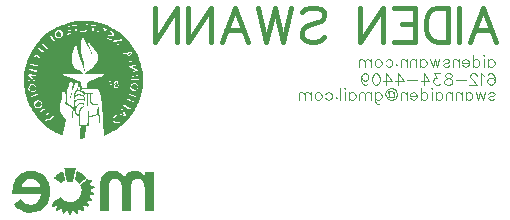
<source format=gbo>
G04 Layer: BottomSilkscreenLayer*
G04 EasyEDA v6.5.22, 2023-01-13 20:03:49*
G04 4af29382efde4495a0526e0f4e779ae0,8b4b4f1b4b1740689f263a8d45eed83e,10*
G04 Gerber Generator version 0.2*
G04 Scale: 100 percent, Rotated: No, Reflected: No *
G04 Dimensions in millimeters *
G04 leading zeros omitted , absolute positions ,4 integer and 5 decimal *
%FSLAX45Y45*%
%MOMM*%

%ADD10C,0.4030*%
%ADD11C,0.1030*%

%LPD*%
G36*
X3540302Y10799673D02*
G01*
X3443274Y10796930D01*
X3404971Y10788853D01*
X3392932Y10785957D01*
X3380587Y10782604D01*
X3367989Y10778794D01*
X3355136Y10774629D01*
X3329127Y10765180D01*
X3316020Y10759948D01*
X3303015Y10754461D01*
X3290163Y10748721D01*
X3277463Y10742726D01*
X3265068Y10736580D01*
X3361283Y10736478D01*
X3361283Y10745673D01*
X3382670Y10751972D01*
X3387953Y10753140D01*
X3390646Y10753191D01*
X3391103Y10752582D01*
X3411474Y10752582D01*
X3411474Y10759389D01*
X3446983Y10765536D01*
X3454349Y10766501D01*
X3457600Y10766094D01*
X3459429Y10764520D01*
X3461461Y10761675D01*
X3461410Y10759541D01*
X3459429Y10758474D01*
X3453180Y10759084D01*
X3450386Y10758932D01*
X3447796Y10758322D01*
X3445611Y10757306D01*
X3441293Y10754512D01*
X3448608Y10709402D01*
X3449401Y10703610D01*
X3477666Y10703610D01*
X3479647Y10710976D01*
X3480460Y10715904D01*
X3481070Y10723829D01*
X3481527Y10733633D01*
X3481730Y10744250D01*
X3481730Y10770057D01*
X3491788Y10770057D01*
X3491788Y10713161D01*
X3506876Y10707522D01*
X3516985Y10712907D01*
X3519678Y10714990D01*
X3521760Y10717428D01*
X3523234Y10720476D01*
X3524199Y10724438D01*
X3524808Y10729569D01*
X3525215Y10744250D01*
X3525265Y10766755D01*
X3565398Y10766755D01*
X3572713Y10765891D01*
X3611829Y10759389D01*
X3615334Y10750296D01*
X3596335Y10754055D01*
X3594252Y10750753D01*
X3593134Y10747451D01*
X3589934Y10732160D01*
X3584295Y10696702D01*
X3580079Y10696702D01*
X3575964Y10697718D01*
X3574186Y10701528D01*
X3574694Y10709148D01*
X3580688Y10738104D01*
X3581704Y10744758D01*
X3582111Y10749229D01*
X3582162Y10756747D01*
X3565398Y10756747D01*
X3565398Y10766755D01*
X3539337Y10766755D01*
X3537305Y10761472D01*
X3536543Y10757712D01*
X3535883Y10751464D01*
X3535273Y10734802D01*
X3535273Y10713415D01*
X3521252Y10699394D01*
X3503523Y10702340D01*
X3497579Y10703052D01*
X3487267Y10703610D01*
X3449401Y10703610D01*
X3449980Y10698632D01*
X3438245Y10696244D01*
X3438245Y10705388D01*
X3437940Y10710570D01*
X3437178Y10717987D01*
X3434587Y10735462D01*
X3430930Y10756442D01*
X3411474Y10752582D01*
X3391103Y10752582D01*
X3391408Y10752175D01*
X3393440Y10742980D01*
X3403041Y10706862D01*
X3406190Y10696448D01*
X3408163Y10691723D01*
X3617264Y10691723D01*
X3637584Y10751769D01*
X3647744Y10749838D01*
X3634232Y10707471D01*
X3629355Y10692993D01*
X3627729Y10689336D01*
X3626408Y10687507D01*
X3625087Y10687100D01*
X3623614Y10687710D01*
X3617264Y10691723D01*
X3408163Y10691723D01*
X3408375Y10691215D01*
X3371392Y10680954D01*
X3364534Y10689183D01*
X3378250Y10691012D01*
X3388207Y10692638D01*
X3393135Y10694873D01*
X3394100Y10698835D01*
X3392220Y10705693D01*
X3389020Y10715040D01*
X3371342Y10713821D01*
X3371342Y10717022D01*
X3371951Y10718495D01*
X3373678Y10720171D01*
X3376168Y10721797D01*
X3379266Y10723219D01*
X3387191Y10726267D01*
X3383940Y10743387D01*
X3379063Y10743387D01*
X3376676Y10743133D01*
X3370630Y10741304D01*
X3361283Y10736478D01*
X3264871Y10736478D01*
X3252978Y10730230D01*
X3241294Y10723778D01*
X3230067Y10717174D01*
X3219348Y10710519D01*
X3194644Y10694060D01*
X3260902Y10694060D01*
X3283661Y10716717D01*
X3307232Y10716717D01*
X3327349Y10699851D01*
X3331616Y10680344D01*
X3320592Y10657230D01*
X3309467Y10651947D01*
X3304641Y10649915D01*
X3299764Y10648238D01*
X3295396Y10647121D01*
X3292094Y10646714D01*
X3285896Y10648137D01*
X3278479Y10651896D01*
X3271164Y10657179D01*
X3265170Y10663224D01*
X3261106Y10668355D01*
X3260902Y10694060D01*
X3194644Y10694060D01*
X3189376Y10690555D01*
X3155719Y10657230D01*
X3202381Y10657230D01*
X3218738Y10670641D01*
X3226003Y10675823D01*
X3227679Y10676636D01*
X3229305Y10675416D01*
X3232353Y10672013D01*
X3236315Y10667034D01*
X3245764Y10653979D01*
X3256279Y10640568D01*
X3260496Y10635691D01*
X3269132Y10626394D01*
X3259226Y10620146D01*
X3247745Y10635284D01*
X3240735Y10644936D01*
X3233775Y10640568D01*
X3228136Y10638129D01*
X3224733Y10638485D01*
X3224530Y10640923D01*
X3228238Y10644835D01*
X3232200Y10648391D01*
X3233674Y10651794D01*
X3232759Y10655757D01*
X3229457Y10660888D01*
X3224987Y10666730D01*
X3207004Y10652607D01*
X3202381Y10657230D01*
X3155719Y10657230D01*
X3139033Y10639348D01*
X3130346Y10629341D01*
X3121812Y10619028D01*
X3113379Y10608411D01*
X3105150Y10597591D01*
X3099064Y10589158D01*
X3137204Y10589158D01*
X3138525Y10591546D01*
X3141980Y10596118D01*
X3147060Y10602264D01*
X3169107Y10627004D01*
X3173933Y10622178D01*
X3160318Y10607700D01*
X3195320Y10578490D01*
X3199384Y10574629D01*
X3201974Y10571683D01*
X3203244Y10569448D01*
X3203295Y10567720D01*
X3202330Y10566247D01*
X3196894Y10562691D01*
X3156915Y10597337D01*
X3152038Y10595457D01*
X3150108Y10594441D01*
X3148533Y10593070D01*
X3147466Y10591596D01*
X3146704Y10588802D01*
X3145637Y10587685D01*
X3144012Y10586923D01*
X3142081Y10586669D01*
X3140151Y10586872D01*
X3138576Y10587431D01*
X3137560Y10588193D01*
X3137204Y10589158D01*
X3099064Y10589158D01*
X3093212Y10580928D01*
X3081832Y10563961D01*
X3069032Y10543387D01*
X3106928Y10543387D01*
X3107537Y10545622D01*
X3109163Y10549178D01*
X3111550Y10553547D01*
X3117545Y10562793D01*
X3120288Y10566450D01*
X3122422Y10568889D01*
X3123692Y10569702D01*
X3125825Y10568889D01*
X3134004Y10564012D01*
X3145332Y10556341D01*
X3157423Y10547604D01*
X3167735Y10539628D01*
X3173933Y10534091D01*
X3174644Y10532872D01*
X3173628Y10530586D01*
X3168599Y10522000D01*
X3156559Y10503763D01*
X3146704Y10507522D01*
X3155238Y10516412D01*
X3161385Y10523575D01*
X3163265Y10528655D01*
X3160826Y10532973D01*
X3154019Y10537647D01*
X3144215Y10543438D01*
X3139490Y10536732D01*
X3135579Y10532618D01*
X3132886Y10532160D01*
X3132277Y10534853D01*
X3134563Y10540085D01*
X3138322Y10546130D01*
X3133953Y10551414D01*
X3129381Y10555427D01*
X3125063Y10556290D01*
X3120948Y10553903D01*
X3113481Y10543133D01*
X3110280Y10540339D01*
X3107893Y10540339D01*
X3106928Y10543387D01*
X3069032Y10543387D01*
X3057855Y10523829D01*
X3051759Y10512348D01*
X3046018Y10500969D01*
X3040735Y10489692D01*
X3033062Y10471810D01*
X3070148Y10471810D01*
X3071723Y10479074D01*
X3075787Y10487558D01*
X3081426Y10495534D01*
X3087573Y10501426D01*
X3095040Y10506659D01*
X3116884Y10506659D01*
X3133618Y10491724D01*
X3404158Y10491724D01*
X3408578Y10515092D01*
X3411220Y10525353D01*
X3414572Y10536580D01*
X3418332Y10547553D01*
X3422853Y10558627D01*
X3426104Y10565536D01*
X3433978Y10580522D01*
X3442563Y10595457D01*
X3450590Y10608259D01*
X3454044Y10613186D01*
X3456889Y10616844D01*
X3459022Y10618927D01*
X3460242Y10619232D01*
X3460546Y10617200D01*
X3460242Y10612882D01*
X3459327Y10606836D01*
X3454095Y10581843D01*
X3458464Y10525099D01*
X3506215Y10391343D01*
X3510381Y10380624D01*
X3511905Y10377170D01*
X3513124Y10374934D01*
X3514039Y10373969D01*
X3514648Y10374223D01*
X3514953Y10375696D01*
X3514801Y10382351D01*
X3511804Y10410037D01*
X3508349Y10438282D01*
X3480155Y10531652D01*
X3480104Y10615015D01*
X3489451Y10642295D01*
X3493465Y10653166D01*
X3497427Y10662615D01*
X3500831Y10669625D01*
X3503320Y10673181D01*
X3507740Y10676890D01*
X3508184Y10673384D01*
X3660698Y10673384D01*
X3661156Y10675213D01*
X3666642Y10687608D01*
X3675481Y10706049D01*
X3679139Y10714482D01*
X3681628Y10720984D01*
X3682542Y10724692D01*
X3682542Y10729518D01*
X3666032Y10735056D01*
X3670808Y10742422D01*
X3712667Y10723727D01*
X3712667Y10716006D01*
X3694277Y10723372D01*
X3670960Y10669930D01*
X3664559Y10672318D01*
X3660698Y10673384D01*
X3508184Y10673384D01*
X3509311Y10664494D01*
X3702913Y10664494D01*
X3704386Y10669473D01*
X3708501Y10674299D01*
X3714394Y10679633D01*
X3747820Y10681716D01*
X3749801Y10695787D01*
X3729482Y10704169D01*
X3731310Y10707116D01*
X3733393Y10709351D01*
X3736390Y10709656D01*
X3741165Y10707725D01*
X3759504Y10696803D01*
X3759504Y10676940D01*
X3753053Y10673486D01*
X3749598Y10672165D01*
X3745026Y10671048D01*
X3739946Y10670336D01*
X3727399Y10669727D01*
X3721404Y10668812D01*
X3716934Y10667288D01*
X3714038Y10665206D01*
X3712768Y10662666D01*
X3713073Y10659618D01*
X3715105Y10656112D01*
X3718763Y10652201D01*
X3724910Y10646714D01*
X3744214Y10646714D01*
X3734054Y10636605D01*
X3713124Y10643870D01*
X3707841Y10651845D01*
X3704082Y10658754D01*
X3702913Y10664494D01*
X3509311Y10664494D01*
X3512210Y10641685D01*
X3527348Y10611764D01*
X3551783Y10565282D01*
X3560013Y10549128D01*
X3567176Y10534345D01*
X3572408Y10522661D01*
X3576523Y10512552D01*
X3578707Y10508132D01*
X3580384Y10505744D01*
X3581298Y10505846D01*
X3580790Y10509554D01*
X3578555Y10517022D01*
X3574897Y10527182D01*
X3551732Y10583570D01*
X3541979Y10607954D01*
X3542284Y10628376D01*
X3548956Y10621010D01*
X3750716Y10621010D01*
X3751579Y10623702D01*
X3755390Y10629595D01*
X3761638Y10637774D01*
X3777030Y10655960D01*
X3787190Y10667187D01*
X3790442Y10670336D01*
X3792829Y10672064D01*
X3794607Y10672673D01*
X3796029Y10672318D01*
X3799586Y10669016D01*
X3768140Y10635488D01*
X3771442Y10634421D01*
X3774744Y10634319D01*
X3781348Y10634929D01*
X3800449Y10637672D01*
X3826205Y10642092D01*
X3835755Y10636758D01*
X3818026Y10618266D01*
X3805936Y10604804D01*
X3790391Y10586059D01*
X3785565Y10593882D01*
X3804716Y10614812D01*
X3811524Y10622686D01*
X3814826Y10627106D01*
X3815283Y10628884D01*
X3812489Y10628884D01*
X3795572Y10626496D01*
X3771442Y10622432D01*
X3761232Y10621162D01*
X3753967Y10620603D01*
X3750716Y10621010D01*
X3548956Y10621010D01*
X3563112Y10605312D01*
X3571646Y10595051D01*
X3580231Y10584078D01*
X3591670Y10568330D01*
X3810457Y10568330D01*
X3859479Y10613542D01*
X3865829Y10602264D01*
X3850182Y10589615D01*
X3837330Y10578236D01*
X3817518Y10559694D01*
X3810457Y10568330D01*
X3591670Y10568330D01*
X3596589Y10561167D01*
X3603853Y10549940D01*
X3610254Y10539323D01*
X3617397Y10525709D01*
X3842918Y10525709D01*
X3875430Y10529011D01*
X3894226Y10531246D01*
X3913327Y10534142D01*
X3917238Y10523982D01*
X3874973Y10470337D01*
X3868674Y10476534D01*
X3876040Y10484307D01*
X3880865Y10490454D01*
X3882847Y10496143D01*
X3881983Y10502290D01*
X3878478Y10509961D01*
X3873855Y10518292D01*
X3845458Y10518292D01*
X3842918Y10525709D01*
X3617397Y10525709D01*
X3625951Y10507065D01*
X3627018Y10468254D01*
X3618665Y10451134D01*
X3880358Y10451134D01*
X3882085Y10452811D01*
X3889959Y10454182D01*
X3896817Y10456367D01*
X3905504Y10459516D01*
X3930599Y10469829D01*
X3939184Y10472623D01*
X3942791Y10472216D01*
X3943553Y10469016D01*
X3943553Y10464749D01*
X3885336Y10440009D01*
X3882745Y10444175D01*
X3880561Y10448290D01*
X3880358Y10451134D01*
X3618665Y10451134D01*
X3615588Y10445546D01*
X3610762Y10438282D01*
X3604971Y10430865D01*
X3598164Y10423245D01*
X3590394Y10415422D01*
X3893210Y10415422D01*
X3931310Y10423652D01*
X3948074Y10427614D01*
X3951833Y10428732D01*
X3956100Y10430306D01*
X3960114Y10419943D01*
X3952646Y10419892D01*
X3948480Y10419486D01*
X3935577Y10417149D01*
X3911752Y10411002D01*
X3938981Y10397337D01*
X3949649Y10391648D01*
X3958691Y10386314D01*
X3965041Y10381945D01*
X3967886Y10379100D01*
X3969613Y10374630D01*
X3903421Y10361269D01*
X3903421Y10368686D01*
X3933596Y10374833D01*
X3940505Y10376662D01*
X3945178Y10378287D01*
X3946906Y10379456D01*
X3944874Y10381335D01*
X3939336Y10384891D01*
X3931158Y10389565D01*
X3911041Y10400385D01*
X3902608Y10405414D01*
X3896715Y10409428D01*
X3894277Y10411866D01*
X3893210Y10415422D01*
X3590394Y10415422D01*
X3575913Y10402468D01*
X3564788Y10393273D01*
X3542944Y10375900D01*
X3525824Y10361574D01*
X3512870Y10349585D01*
X3488842Y10363860D01*
X3463747Y10378236D01*
X3456482Y10382656D01*
X3448659Y10387939D01*
X3441242Y10393375D01*
X3435197Y10398404D01*
X3422954Y10409428D01*
X3406597Y10441635D01*
X3404158Y10491724D01*
X3133618Y10491724D01*
X3138627Y10487253D01*
X3137966Y10461345D01*
X3126841Y10439958D01*
X3117088Y10439958D01*
X3130346Y10461599D01*
X3130346Y10482834D01*
X3112719Y10496651D01*
X3104591Y10496651D01*
X3100933Y10496397D01*
X3097022Y10495686D01*
X3093313Y10494619D01*
X3090265Y10493349D01*
X3084068Y10489996D01*
X3080156Y10478312D01*
X3076956Y10470946D01*
X3073654Y10467086D01*
X3071164Y10467187D01*
X3070148Y10471810D01*
X3033062Y10471810D01*
X3029356Y10462260D01*
X3025648Y10451693D01*
X3022549Y10441482D01*
X3019247Y10428732D01*
X3015792Y10413898D01*
X3012643Y10398709D01*
X3009520Y10381945D01*
X3043885Y10381945D01*
X3043885Y10384739D01*
X3046120Y10389057D01*
X3048711Y10393172D01*
X3070047Y10387076D01*
X3071622Y10389616D01*
X3072485Y10391698D01*
X3074974Y10400487D01*
X3079445Y10419994D01*
X3066846Y10422737D01*
X3059938Y10424464D01*
X3053537Y10426344D01*
X3055467Y10431475D01*
X3056432Y10433456D01*
X3057499Y10434980D01*
X3058617Y10435945D01*
X3059633Y10436199D01*
X3120593Y10421975D01*
X3118408Y10411612D01*
X3110788Y10412526D01*
X3102610Y10414050D01*
X3087725Y10417251D01*
X3082493Y10401757D01*
X3081274Y10397083D01*
X3080461Y10392918D01*
X3080156Y10389819D01*
X3080156Y10384028D01*
X3091230Y10381234D01*
X3099257Y10380167D01*
X3107486Y10379760D01*
X3109722Y10378846D01*
X3109874Y10376509D01*
X3106521Y10367365D01*
X3072536Y10376001D01*
X3063290Y10377982D01*
X3055721Y10379354D01*
X3046171Y10380370D01*
X3043885Y10381945D01*
X3009520Y10381945D01*
X3005226Y10358272D01*
X3005226Y10346588D01*
X3682542Y10346588D01*
X3682542Y10343337D01*
X3682237Y10341813D01*
X3681272Y10340238D01*
X3679596Y10338562D01*
X3677158Y10336784D01*
X3673957Y10334853D01*
X3664965Y10330484D01*
X3652316Y10325252D01*
X3635501Y10319054D01*
X3598316Y10305796D01*
X3583889Y10300309D01*
X3570616Y10294874D01*
X3906723Y10294874D01*
X3906723Y10308234D01*
X3961129Y10306050D01*
X3967683Y10312552D01*
X3963212Y10326573D01*
X3947109Y10326573D01*
X3938574Y10310317D01*
X3906774Y10333329D01*
X3906875Y10344556D01*
X3908298Y10345623D01*
X3912666Y10342524D01*
X3921556Y10334752D01*
X3930700Y10327132D01*
X3936288Y10323931D01*
X3939590Y10324896D01*
X3941826Y10329722D01*
X3944772Y10334548D01*
X3949496Y10337749D01*
X3955237Y10339070D01*
X3961231Y10338054D01*
X3965194Y10335768D01*
X3967937Y10331653D01*
X3970020Y10324236D01*
X3972102Y10312196D01*
X3974388Y10297007D01*
X3906723Y10294874D01*
X3570616Y10294874D01*
X3562350Y10291114D01*
X3553672Y10286542D01*
X3689248Y10286542D01*
X3689400Y10256418D01*
X3689590Y10252710D01*
X3709314Y10252710D01*
X3709314Y10271709D01*
X3719728Y10286542D01*
X3738981Y10286542D01*
X3749497Y10276078D01*
X3749497Y10268661D01*
X3748379Y10262108D01*
X3745128Y10257231D01*
X3739946Y10254234D01*
X3732885Y10253268D01*
X3724351Y10253319D01*
X3741115Y10261701D01*
X3743096Y10275468D01*
X3732834Y10283952D01*
X3727754Y10282021D01*
X3725468Y10280599D01*
X3723030Y10278211D01*
X3720744Y10275163D01*
X3718864Y10271810D01*
X3715054Y10263530D01*
X3721222Y10248696D01*
X3762857Y10248696D01*
X3762857Y10256215D01*
X3773322Y10262057D01*
X3768090Y10266375D01*
X3764381Y10270083D01*
X3763162Y10273436D01*
X3764381Y10276992D01*
X3768140Y10281310D01*
X3773373Y10286542D01*
X3829812Y10286542D01*
X3829964Y10256418D01*
X3830370Y10248493D01*
X3831031Y10242194D01*
X3831844Y10238486D01*
X3832312Y10237266D01*
X3899662Y10237266D01*
X3903268Y10247579D01*
X3905250Y10252202D01*
X3907942Y10257129D01*
X3911041Y10261803D01*
X3914089Y10265562D01*
X3921302Y10273233D01*
X3950766Y10273233D01*
X3970324Y10253726D01*
X3970324Y10227056D01*
X3953408Y10206990D01*
X3934206Y10202824D01*
X3909872Y10212933D01*
X3899662Y10237266D01*
X3832312Y10237266D01*
X3833876Y10233202D01*
X3823106Y10233202D01*
X3823106Y10286542D01*
X3773373Y10286542D01*
X3786174Y10286034D01*
X3789883Y10285628D01*
X3795471Y10284358D01*
X3799687Y10282682D01*
X3799687Y10275265D01*
X3799382Y10272115D01*
X3798620Y10269016D01*
X3797554Y10266324D01*
X3796182Y10264394D01*
X3792677Y10260939D01*
X3797858Y10256672D01*
X3801618Y10252405D01*
X3802735Y10248087D01*
X3801160Y10243566D01*
X3796893Y10238740D01*
X3790797Y10233202D01*
X3770884Y10233202D01*
X3766870Y10237216D01*
X3765296Y10239349D01*
X3764026Y10242245D01*
X3763162Y10245496D01*
X3762857Y10248696D01*
X3721222Y10248696D01*
X3723081Y10244226D01*
X3744468Y10233609D01*
X3728872Y10233202D01*
X3709314Y10252710D01*
X3689590Y10252710D01*
X3689807Y10248493D01*
X3690467Y10242194D01*
X3691280Y10238486D01*
X3693312Y10233202D01*
X3682542Y10233202D01*
X3682542Y10286542D01*
X3553672Y10286542D01*
X3548379Y10283240D01*
X3543350Y10279380D01*
X3531971Y10268610D01*
X3531971Y10226548D01*
X3488436Y10226548D01*
X3488436Y10242702D01*
X3488182Y10249814D01*
X3487369Y10257129D01*
X3486251Y10263886D01*
X3484829Y10269169D01*
X3481273Y10279430D01*
X3472383Y10285069D01*
X3465931Y10287965D01*
X3442462Y10297414D01*
X3409594Y10309910D01*
X3334512Y10337596D01*
X3334512Y10346588D01*
X3005226Y10346588D01*
X3005218Y10286542D01*
X3036671Y10286542D01*
X3036671Y10296753D01*
X3080156Y10292283D01*
X3080156Y10294874D01*
X3078530Y10297312D01*
X3074162Y10302138D01*
X3067659Y10308691D01*
X3039211Y10334955D01*
X3041700Y10344912D01*
X3103575Y10342981D01*
X3103575Y10331399D01*
X3072130Y10334142D01*
X3059176Y10334447D01*
X3056737Y10334091D01*
X3056890Y10332872D01*
X3058515Y10330586D01*
X3061360Y10327589D01*
X3084017Y10307777D01*
X3092348Y10300157D01*
X3097885Y10294518D01*
X3104438Y10286542D01*
X3005218Y10286542D01*
X3005175Y10234879D01*
X3007199Y10224008D01*
X3039414Y10224008D01*
X3041497Y10235031D01*
X3042767Y10239908D01*
X3044698Y10244988D01*
X3047034Y10249662D01*
X3049524Y10253421D01*
X3055518Y10260736D01*
X3088995Y10263936D01*
X3106928Y10242702D01*
X3106928Y10212882D01*
X3098850Y10204856D01*
X3095040Y10201554D01*
X3090519Y10198506D01*
X3085896Y10196068D01*
X3081782Y10194544D01*
X3072790Y10192308D01*
X3050336Y10202926D01*
X3039414Y10224008D01*
X3007199Y10224008D01*
X3012033Y10198049D01*
X3017672Y10172090D01*
X3020521Y10160711D01*
X3057296Y10160711D01*
X3057499Y10161320D01*
X3087014Y10170617D01*
X3102660Y10176357D01*
X3107842Y10178694D01*
X3117088Y10183418D01*
X3122218Y10169652D01*
X3125114Y10158933D01*
X3127908Y10143185D01*
X3120339Y10143185D01*
X3120339Y10150043D01*
X3120085Y10153192D01*
X3119374Y10156698D01*
X3118358Y10160050D01*
X3117088Y10162946D01*
X3113887Y10168991D01*
X3060649Y10150195D01*
X3057906Y10157612D01*
X3057296Y10160711D01*
X3020521Y10160711D01*
X3025902Y10141864D01*
X3029661Y10130332D01*
X3033674Y10119055D01*
X3038043Y10107930D01*
X3043742Y10094671D01*
X3086658Y10094671D01*
X3087573Y10101326D01*
X3089706Y10107472D01*
X3093110Y10112959D01*
X3097733Y10117683D01*
X3103524Y10121442D01*
X3112363Y10124948D01*
X3120796Y10126116D01*
X3129229Y10124897D01*
X3137865Y10121290D01*
X3147009Y10116312D01*
X3152089Y10106558D01*
X3155645Y10098379D01*
X3156864Y10091470D01*
X3155645Y10084562D01*
X3152038Y10076383D01*
X3147009Y10066578D01*
X3137154Y10061498D01*
X3130143Y10058501D01*
X3123336Y10056825D01*
X3116834Y10056418D01*
X3110687Y10057333D01*
X3105099Y10059416D01*
X3100019Y10062768D01*
X3095599Y10067340D01*
X3091942Y10073081D01*
X3088792Y10080396D01*
X3087065Y10087660D01*
X3086658Y10094671D01*
X3043742Y10094671D01*
X3047695Y10086086D01*
X3053080Y10075265D01*
X3058871Y10064394D01*
X3065018Y10053472D01*
X3071622Y10042448D01*
X3078683Y10031222D01*
X3094126Y10008006D01*
X3137052Y10008006D01*
X3137052Y10029698D01*
X3146247Y10039502D01*
X3151682Y10044633D01*
X3157067Y10048341D01*
X3162401Y10050627D01*
X3167938Y10051542D01*
X3173628Y10050983D01*
X3179673Y10049052D01*
X3186125Y10045750D01*
X3193084Y10040975D01*
X3197555Y10037267D01*
X3201822Y10033203D01*
X3205327Y10029291D01*
X3207613Y10025989D01*
X3211271Y10019131D01*
X3201974Y10009428D01*
X3195523Y10003739D01*
X3189732Y10000386D01*
X3185515Y9999675D01*
X3183890Y10002113D01*
X3184652Y10003739D01*
X3186582Y10006482D01*
X3192983Y10013848D01*
X3202025Y10023246D01*
X3184093Y10041128D01*
X3159607Y10041128D01*
X3147110Y10025735D01*
X3147110Y10002774D01*
X3155492Y9995052D01*
X3161030Y9989464D01*
X3163417Y9985756D01*
X3162706Y9983724D01*
X3158947Y9983114D01*
X3154019Y9983114D01*
X3137052Y10008006D01*
X3094126Y10008006D01*
X3111957Y9981488D01*
X3131848Y9960965D01*
X3180080Y9960965D01*
X3197910Y9965436D01*
X3205480Y9967671D01*
X3212947Y9970363D01*
X3219399Y9973259D01*
X3224072Y9976002D01*
X3227628Y9978898D01*
X3231032Y9982403D01*
X3233978Y9985959D01*
X3236061Y9989210D01*
X3239668Y9996322D01*
X3251453Y9987788D01*
X3231540Y9966553D01*
X3226866Y9922713D01*
X3218434Y9929672D01*
X3223006Y9959746D01*
X3219754Y9959746D01*
X3213658Y9958628D01*
X3203651Y9955936D01*
X3190798Y9952075D01*
X3180080Y9960965D01*
X3131848Y9960965D01*
X3152292Y9939832D01*
X3171545Y9920986D01*
X3180537Y9912807D01*
X3189376Y9905238D01*
X3198317Y9898024D01*
X3207562Y9891115D01*
X3217265Y9884308D01*
X3227730Y9877399D01*
X3239109Y9870236D01*
X3249879Y9863785D01*
X3261309Y9857587D01*
X3274567Y9850831D01*
X3288436Y9844074D01*
X3301898Y9837877D01*
X3313887Y9832644D01*
X3323183Y9828936D01*
X3328822Y9827260D01*
X3329889Y9827310D01*
X3330956Y9830612D01*
X3335324Y9850577D01*
X3341471Y9881158D01*
X3347618Y9913823D01*
X3352139Y9939985D01*
X3353308Y9947960D01*
X3355238Y9964775D01*
X3331057Y9994341D01*
X3322980Y10004806D01*
X3315919Y10014458D01*
X3310737Y10022179D01*
X3302965Y10036200D01*
X3310077Y10081260D01*
X3314852Y10108946D01*
X3320897Y10141508D01*
X3321100Y10196068D01*
X3333750Y10200081D01*
X3351276Y10192105D01*
X3358032Y10167112D01*
X3353155Y10121900D01*
X3352342Y10110673D01*
X3352088Y10102392D01*
X3352444Y10098176D01*
X3354527Y10095687D01*
X3358997Y10092080D01*
X3365195Y10087864D01*
X3380486Y10078415D01*
X3388614Y10072420D01*
X3396030Y10066274D01*
X3401618Y10060736D01*
X3412388Y10048494D01*
X3410102Y10006126D01*
X3409086Y9992664D01*
X3407968Y9981539D01*
X3406851Y9974173D01*
X3406343Y9972243D01*
X3404057Y9966452D01*
X3411169Y9966452D01*
X3415436Y9982047D01*
X3417011Y9990836D01*
X3418586Y10002062D01*
X3419856Y10014254D01*
X3422497Y10049154D01*
X3407562Y10073182D01*
X3361639Y10099903D01*
X3364128Y10198557D01*
X3375050Y10236555D01*
X3379012Y10249204D01*
X3382721Y10260177D01*
X3385769Y10268254D01*
X3391560Y10279888D01*
X3399180Y10279888D01*
X3402431Y10279583D01*
X3405733Y10278719D01*
X3408629Y10277449D01*
X3410813Y10275874D01*
X3414826Y10271861D01*
X3414674Y10259872D01*
X3413760Y10253624D01*
X3409746Y10233253D01*
X3403650Y10206329D01*
X3389122Y10146792D01*
X3408121Y10140188D01*
X3408121Y10143134D01*
X3407816Y10144455D01*
X3407003Y10145928D01*
X3405835Y10147300D01*
X3400602Y10150754D01*
X3402482Y10166146D01*
X3404260Y10176052D01*
X3407511Y10189870D01*
X3411728Y10206075D01*
X3416604Y10223195D01*
X3421634Y10239857D01*
X3426409Y10254538D01*
X3430524Y10265867D01*
X3432200Y10269829D01*
X3433521Y10272369D01*
X3438398Y10279888D01*
X3444798Y10279888D01*
X3447643Y10279481D01*
X3450793Y10278364D01*
X3453790Y10276738D01*
X3456279Y10274757D01*
X3461461Y10269626D01*
X3458362Y10253319D01*
X3454654Y10237825D01*
X3447440Y10211511D01*
X3444506Y10209834D01*
X3457448Y10209834D01*
X3460902Y10230002D01*
X3462477Y10236200D01*
X3464255Y10241838D01*
X3466033Y10246156D01*
X3467912Y10249458D01*
X3470097Y10252354D01*
X3472281Y10254538D01*
X3474212Y10255758D01*
X3478428Y10257078D01*
X3478428Y10209834D01*
X3444506Y10209834D01*
X3442817Y10208869D01*
X3440633Y10206990D01*
X3437991Y10203891D01*
X3435248Y10199928D01*
X3432759Y10195610D01*
X3427272Y10185044D01*
X3425741Y10166502D01*
X3434079Y10166502D01*
X3436213Y10177170D01*
X3437432Y10181894D01*
X3439210Y10186974D01*
X3441242Y10191699D01*
X3443376Y10195509D01*
X3448456Y10203180D01*
X3459226Y10203027D01*
X3464915Y10202621D01*
X3471011Y10201605D01*
X3477260Y10200030D01*
X3483406Y10197998D01*
X3489248Y10195610D01*
X3494633Y10192918D01*
X3499205Y10190022D01*
X3502812Y10187025D01*
X3509467Y10180421D01*
X3505098Y10169093D01*
X3491128Y10172039D01*
X3477971Y10174274D01*
X3455670Y10177373D01*
X3444646Y10169804D01*
X3441496Y10168077D01*
X3438855Y10166959D01*
X3437077Y10166502D01*
X3425741Y10166502D01*
X3424188Y10136327D01*
X3428847Y10136327D01*
X3429812Y10141458D01*
X3432098Y10146639D01*
X3435502Y10151770D01*
X3439972Y10156647D01*
X3445408Y10161066D01*
X3451758Y10164927D01*
X3458260Y10168128D01*
X3463544Y10169194D01*
X3471164Y10168128D01*
X3484575Y10164978D01*
X3491890Y10162895D01*
X3498646Y10160508D01*
X3504031Y10158018D01*
X3507333Y10155783D01*
X3512261Y10150856D01*
X3507740Y10132974D01*
X3458718Y10137394D01*
X3433876Y10122763D01*
X3431082Y10127132D01*
X3429254Y10131501D01*
X3428847Y10136327D01*
X3424188Y10136327D01*
X3423395Y10105948D01*
X3431540Y10105948D01*
X3451250Y10125557D01*
X3467354Y10128605D01*
X3472840Y10129215D01*
X3478225Y10129520D01*
X3483457Y10129469D01*
X3488486Y10129164D01*
X3493160Y10128504D01*
X3497427Y10127538D01*
X3501186Y10126319D01*
X3508959Y10123220D01*
X3506876Y10101478D01*
X3475786Y10103713D01*
X3465779Y10098532D01*
X3461156Y10095687D01*
X3456076Y10091775D01*
X3451047Y10087254D01*
X3446729Y10082682D01*
X3437686Y10071963D01*
X3434689Y10076738D01*
X3433521Y10079532D01*
X3432505Y10083698D01*
X3431844Y10088575D01*
X3431590Y10093706D01*
X3431540Y10105948D01*
X3423395Y10105948D01*
X3422954Y10084816D01*
X3427222Y10071455D01*
X3428847Y10064953D01*
X3430219Y10057130D01*
X3431184Y10049002D01*
X3431448Y10043414D01*
X3437432Y10043414D01*
X3448659Y10072725D01*
X3475075Y10096500D01*
X3497681Y10096500D01*
X3505708Y10086797D01*
X3503726Y10080802D01*
X3501898Y10077704D01*
X3498342Y10073741D01*
X3493617Y10069423D01*
X3488182Y10065258D01*
X3474618Y10055707D01*
X3471468Y10047528D01*
X3470249Y10043058D01*
X3469284Y10036911D01*
X3468624Y10029952D01*
X3468370Y10022890D01*
X3468370Y10006431D01*
X3463798Y10006431D01*
X3461359Y10006990D01*
X3458006Y10008463D01*
X3454247Y10010597D01*
X3450539Y10013238D01*
X3441852Y10020096D01*
X3437432Y10043414D01*
X3431448Y10043414D01*
X3431590Y10024770D01*
X3444494Y10003688D01*
X3468979Y9994900D01*
X3465334Y9927437D01*
X3473145Y9927437D01*
X3473856Y9953244D01*
X3475583Y9987584D01*
X3477717Y10020655D01*
X3478784Y10033711D01*
X3479749Y10042753D01*
X3481781Y10052761D01*
X3510991Y10073640D01*
X3519017Y10153599D01*
X3511296Y10162844D01*
X3515664Y10176510D01*
X3535273Y10176510D01*
X3535629Y10147808D01*
X3539540Y10009530D01*
X3539947Y9978136D01*
X3539642Y9945319D01*
X3537712Y9916414D01*
X3475431Y9916414D01*
X3473551Y9919462D01*
X3473297Y9920732D01*
X3473145Y9927437D01*
X3465334Y9927437D01*
X3464255Y9907168D01*
X3482797Y9910724D01*
X3480358Y9897973D01*
X3479292Y9887559D01*
X3477006Y9854742D01*
X3474059Y9799675D01*
X3482492Y9799675D01*
X3492957Y9800336D01*
X3506317Y9801809D01*
X3521760Y9803892D01*
X3523589Y9908082D01*
X3548684Y9910165D01*
X3548684Y9986416D01*
X3562248Y9986416D01*
X3568750Y9986721D01*
X3576370Y9987584D01*
X3584194Y9988804D01*
X3591255Y9990277D01*
X3606647Y9994188D01*
X3631488Y10018928D01*
X3635248Y9975900D01*
X3640074Y9928199D01*
X3644239Y9940036D01*
X3633419Y10063327D01*
X3632403Y10070795D01*
X3631946Y10072522D01*
X3631488Y10073284D01*
X3626510Y10073132D01*
X3619550Y10018826D01*
X3598875Y9998252D01*
X3549396Y9995763D01*
X3545738Y10085933D01*
X3544468Y10130485D01*
X3543655Y10174833D01*
X3561181Y10176865D01*
X3560419Y10118140D01*
X3569360Y10096957D01*
X3591509Y10086492D01*
X3628999Y10086492D01*
X3628999Y10093147D01*
X3618128Y10093147D01*
X3612946Y10093452D01*
X3606800Y10094163D01*
X3600500Y10095280D01*
X3594862Y10096601D01*
X3582466Y10100056D01*
X3568750Y10117378D01*
X3568750Y10175697D01*
X3588816Y10179659D01*
X3588816Y10186568D01*
X3523589Y10182504D01*
X3497478Y10200132D01*
X3492195Y10204246D01*
X3488537Y10207701D01*
X3486404Y10210698D01*
X3485743Y10213340D01*
X3486505Y10215676D01*
X3488639Y10217861D01*
X3492093Y10220045D01*
X3499154Y10223754D01*
X3617264Y10219182D01*
X3632962Y10209276D01*
X3648659Y10174833D01*
X3649440Y10170515D01*
X3886250Y10170515D01*
X3888841Y10177526D01*
X3890010Y10182199D01*
X3890416Y10182606D01*
X3891381Y10182352D01*
X3897376Y10178389D01*
X3901084Y10176510D01*
X3905402Y10174732D01*
X3909771Y10173258D01*
X3920134Y10170312D01*
X3922166Y10178389D01*
X3923233Y10181539D01*
X3924554Y10184130D01*
X3926027Y10185857D01*
X3927449Y10186517D01*
X3930700Y10186517D01*
X3926281Y10166502D01*
X3930751Y10166299D01*
X3936034Y10165232D01*
X3946245Y10162590D01*
X3948531Y10172852D01*
X3949649Y10176865D01*
X3951020Y10180167D01*
X3952494Y10182352D01*
X3953865Y10183164D01*
X3956050Y10182809D01*
X3956710Y10180624D01*
X3955745Y10175036D01*
X3949395Y10149484D01*
X3925163Y10157714D01*
X3886250Y10170515D01*
X3649440Y10170515D01*
X3656444Y10130536D01*
X3870401Y10130536D01*
X3873042Y10137190D01*
X3874008Y10138511D01*
X3875532Y10139121D01*
X3877970Y10138867D01*
X3881729Y10137648D01*
X3894886Y10132009D01*
X3915664Y10122611D01*
X3928567Y10116515D01*
X3931767Y10114635D01*
X3933291Y10113111D01*
X3933647Y10111689D01*
X3930091Y10102392D01*
X3925976Y10105491D01*
X3922318Y10107574D01*
X3906418Y10115092D01*
X3870401Y10130536D01*
X3656444Y10130536D01*
X3658920Y10113213D01*
X3661359Y10093248D01*
X3663169Y10076484D01*
X3842765Y10076484D01*
X3861562Y10109809D01*
X3865778Y10109809D01*
X3868928Y10109301D01*
X3869537Y10107320D01*
X3867404Y10103154D01*
X3854907Y10085933D01*
X3861562Y10080904D01*
X3871518Y10074351D01*
X3886047Y10065715D01*
X3903776Y10055606D01*
X3901186Y10048798D01*
X3900068Y10044836D01*
X3898087Y10045700D01*
X3884828Y10053828D01*
X3865168Y10066477D01*
X3856482Y10071658D01*
X3849928Y10075164D01*
X3846525Y10076484D01*
X3663169Y10076484D01*
X3665474Y10052862D01*
X3668975Y10011156D01*
X3789934Y10011156D01*
X3796741Y10019284D01*
X3813251Y10012476D01*
X3819804Y10010394D01*
X3820922Y10010394D01*
X3829354Y10020452D01*
X3837330Y10029444D01*
X3823563Y10052710D01*
X3832148Y10059822D01*
X3863238Y10000234D01*
X3860444Y9992817D01*
X3859580Y9991293D01*
X3858209Y9990531D01*
X3855669Y9990582D01*
X3851401Y9991496D01*
X3835654Y9996373D01*
X3789934Y10011156D01*
X3668975Y10011156D01*
X3673152Y9950653D01*
X3752799Y9950653D01*
X3752799Y9976205D01*
X3773576Y9999776D01*
X3787952Y9999726D01*
X3776827Y9990988D01*
X3772255Y9986975D01*
X3768090Y9982504D01*
X3764787Y9978186D01*
X3762756Y9974478D01*
X3759758Y9966655D01*
X3766921Y9946233D01*
X3776421Y9941306D01*
X3785412Y9937546D01*
X3792575Y9937038D01*
X3799332Y9939934D01*
X3811117Y9950348D01*
X3814826Y9953142D01*
X3817620Y9954717D01*
X3819194Y9954768D01*
X3819753Y9951161D01*
X3816604Y9946182D01*
X3810406Y9940696D01*
X3801872Y9935413D01*
X3789527Y9929012D01*
X3766515Y9933330D01*
X3752799Y9950653D01*
X3673152Y9950653D01*
X3680510Y9826345D01*
X3689807Y9829190D01*
X3696614Y9832086D01*
X3705606Y9836353D01*
X3728161Y9847935D01*
X3753408Y9861854D01*
X3777437Y9875875D01*
X3787698Y9882276D01*
X3821429Y9904526D01*
X3898646Y9981438D01*
X3924350Y10020350D01*
X3931412Y10031628D01*
X3938168Y10042956D01*
X3944620Y10054386D01*
X3950766Y10065918D01*
X3956608Y10077500D01*
X3962146Y10089235D01*
X3967378Y10101021D01*
X3972255Y10112908D01*
X3976878Y10124846D01*
X3981196Y10136936D01*
X3985158Y10149078D01*
X3988866Y10161320D01*
X3992270Y10173665D01*
X3996740Y10192308D01*
X4005224Y10234879D01*
X4005122Y10358272D01*
X3997960Y10397439D01*
X3995521Y10409580D01*
X3991457Y10427106D01*
X3988511Y10438485D01*
X3985310Y10449712D01*
X3978097Y10471759D01*
X3974084Y10482732D01*
X3965092Y10504881D01*
X3952494Y10534142D01*
X3899966Y10613237D01*
X3838600Y10677144D01*
X3802989Y10703763D01*
X3792220Y10711332D01*
X3781298Y10718647D01*
X3770172Y10725658D01*
X3758844Y10732414D01*
X3741572Y10741964D01*
X3729837Y10747908D01*
X3718001Y10753598D01*
X3705961Y10758982D01*
X3693820Y10764012D01*
X3681526Y10768736D01*
X3669131Y10773156D01*
X3656685Y10777270D01*
X3637737Y10782757D01*
X3625037Y10786059D01*
X3612286Y10788954D01*
X3599434Y10791545D01*
X3586530Y10793780D01*
X3573576Y10795711D01*
G37*
G36*
X3286404Y10710062D02*
G01*
X3270910Y10695533D01*
X3270910Y10674248D01*
X3284778Y10656722D01*
X3305556Y10656722D01*
X3317798Y10667746D01*
X3317798Y10693704D01*
X3301339Y10710062D01*
G37*
G36*
X3907942Y10523321D02*
G01*
X3899814Y10523270D01*
X3896309Y10523016D01*
X3892753Y10522407D01*
X3889552Y10521492D01*
X3887165Y10520375D01*
X3882644Y10517479D01*
X3888181Y10507319D01*
X3889552Y10505236D01*
X3890619Y10504017D01*
X3891127Y10503865D01*
X3899814Y10514126D01*
G37*
G36*
X3776472Y10283240D02*
G01*
X3769868Y10270896D01*
X3777081Y10263733D01*
X3785006Y10267340D01*
X3789832Y10270337D01*
X3792474Y10273842D01*
X3792829Y10277500D01*
X3790746Y10281005D01*
X3789426Y10281869D01*
X3787394Y10282580D01*
X3785006Y10283037D01*
X3782517Y10283240D01*
G37*
G36*
X3936542Y10262870D02*
G01*
X3930599Y10262768D01*
X3925112Y10261701D01*
X3920185Y10259618D01*
X3915918Y10256621D01*
X3912514Y10252760D01*
X3910025Y10247985D01*
X3906926Y10239857D01*
X3910533Y10231882D01*
X3912615Y10228326D01*
X3915257Y10225125D01*
X3918508Y10222280D01*
X3922217Y10219893D01*
X3926332Y10218013D01*
X3930853Y10216591D01*
X3935679Y10215727D01*
X3940708Y10215422D01*
X3951325Y10215422D01*
X3957472Y10222992D01*
X3960672Y10228021D01*
X3962603Y10233304D01*
X3963263Y10238740D01*
X3962654Y10244023D01*
X3960926Y10249001D01*
X3958082Y10253421D01*
X3954170Y10257129D01*
X3949192Y10259872D01*
X3942791Y10261904D01*
G37*
G36*
X3787597Y10259517D02*
G01*
X3784142Y10258704D01*
X3778097Y10256012D01*
X3772509Y10252557D01*
X3769969Y10248696D01*
X3770426Y10244582D01*
X3773932Y10240416D01*
X3778250Y10236809D01*
X3785412Y10238689D01*
X3788308Y10239806D01*
X3791000Y10241483D01*
X3793134Y10243515D01*
X3794455Y10245648D01*
X3796436Y10250728D01*
X3789883Y10258399D01*
G37*
G36*
X3085287Y10253878D02*
G01*
X3058464Y10250271D01*
X3052572Y10243058D01*
X3048304Y10236200D01*
X3047034Y10229646D01*
X3048812Y10222839D01*
X3053638Y10215321D01*
X3060598Y10206532D01*
X3087166Y10206532D01*
X3104235Y10223550D01*
X3102102Y10232542D01*
X3100679Y10236504D01*
X3098444Y10240721D01*
X3095650Y10244582D01*
X3092653Y10247731D01*
G37*
G36*
X3132023Y10116972D02*
G01*
X3108604Y10113365D01*
X3093567Y10096093D01*
X3093567Y10080294D01*
X3102356Y10073386D01*
X3109518Y10068814D01*
X3116326Y10066832D01*
X3123641Y10067391D01*
X3132124Y10070439D01*
X3140913Y10074452D01*
X3149650Y10091470D01*
X3146552Y10099802D01*
X3144926Y10103408D01*
X3142742Y10107015D01*
X3140252Y10110165D01*
X3137763Y10112552D01*
G37*
G36*
X3840429Y10019284D02*
G01*
X3837533Y10018877D01*
X3833825Y10015778D01*
X3830624Y10011867D01*
X3830421Y10008870D01*
X3833418Y10006279D01*
X3839819Y10003586D01*
X3846322Y10001504D01*
X3849166Y10001605D01*
X3848862Y10004653D01*
X3845966Y10011308D01*
X3843070Y10016845D01*
G37*
G36*
X3343960Y9555835D02*
G01*
X3344468Y9546336D01*
X3345992Y9535668D01*
X3352292Y9498787D01*
X3364179Y9433610D01*
X3420211Y9431832D01*
X3436010Y9520936D01*
X3441192Y9548164D01*
X3443274Y9555835D01*
G37*
G36*
X3957421Y9527743D02*
G01*
X3914495Y9525152D01*
X3875786Y9506051D01*
X3861104Y9489033D01*
X3854399Y9482531D01*
X3852722Y9481566D01*
X3851148Y9482429D01*
X3848455Y9484715D01*
X3841140Y9492386D01*
X3831640Y9503156D01*
X3784955Y9526270D01*
X3725621Y9526320D01*
X3692194Y9514789D01*
X3659987Y9483090D01*
X3652113Y9461500D01*
X3649319Y9452203D01*
X3646728Y9442196D01*
X3644646Y9432544D01*
X3640683Y9408820D01*
X3640632Y9184487D01*
X3717442Y9184487D01*
X3719982Y9411919D01*
X3723741Y9423704D01*
X3725926Y9429038D01*
X3729024Y9434931D01*
X3732682Y9440570D01*
X3736390Y9445345D01*
X3745229Y9455251D01*
X3793642Y9455251D01*
X3813200Y9441281D01*
X3819499Y9428175D01*
X3822192Y9421469D01*
X3824884Y9412986D01*
X3827272Y9403740D01*
X3828999Y9394901D01*
X3832199Y9374784D01*
X3832250Y9184487D01*
X3909161Y9184487D01*
X3911041Y9411919D01*
X3928008Y9446514D01*
X3948633Y9457639D01*
X3985615Y9454946D01*
X4004767Y9441281D01*
X4011168Y9428073D01*
X4013911Y9421622D01*
X4016654Y9413849D01*
X4018991Y9405721D01*
X4020718Y9398254D01*
X4023868Y9381693D01*
X4023868Y9184487D01*
X4101134Y9184487D01*
X4101134Y9518700D01*
X4023868Y9518700D01*
X4023868Y9490862D01*
X4021226Y9490862D01*
X4019753Y9491370D01*
X4017670Y9492742D01*
X4015232Y9494824D01*
X4008577Y9501530D01*
X4003598Y9505797D01*
X3998010Y9510014D01*
X3992016Y9513976D01*
X3985920Y9517583D01*
X3979926Y9520682D01*
X3974287Y9523120D01*
X3969207Y9524746D01*
G37*
G36*
X3062579Y9527438D02*
G01*
X3051505Y9527184D01*
X3040278Y9526270D01*
X3028746Y9524695D01*
X3008680Y9521494D01*
X2969818Y9503410D01*
X2933852Y9469069D01*
X2921965Y9445548D01*
X2917799Y9436049D01*
X2913888Y9426244D01*
X2910738Y9417253D01*
X2904998Y9396476D01*
X2904902Y9394901D01*
X2982417Y9394901D01*
X2982417Y9398101D01*
X2982823Y9401251D01*
X2983992Y9405112D01*
X2985820Y9409531D01*
X2988208Y9414306D01*
X2991053Y9419336D01*
X2994253Y9424314D01*
X2997708Y9429089D01*
X3001314Y9433509D01*
X3011728Y9445396D01*
X3036468Y9456674D01*
X3079750Y9456724D01*
X3095193Y9449460D01*
X3100374Y9446717D01*
X3105454Y9443415D01*
X3110433Y9439706D01*
X3115157Y9435642D01*
X3119678Y9431274D01*
X3123793Y9426702D01*
X3127502Y9422028D01*
X3130651Y9417405D01*
X3133293Y9412782D01*
X3135223Y9408363D01*
X3136493Y9404197D01*
X3136900Y9400336D01*
X3136950Y9394901D01*
X2904902Y9394901D01*
X2901137Y9333026D01*
X3143910Y9333026D01*
X3141929Y9319869D01*
X3140456Y9313418D01*
X3138017Y9305594D01*
X3134868Y9297416D01*
X3131413Y9289796D01*
X3122930Y9272879D01*
X3092450Y9249816D01*
X3062020Y9242501D01*
X3029559Y9245854D01*
X3004972Y9258401D01*
X2974289Y9292082D01*
X2914243Y9249054D01*
X2927502Y9232442D01*
X2935427Y9223908D01*
X2944063Y9215932D01*
X2953359Y9208516D01*
X2963418Y9201658D01*
X2974187Y9195358D01*
X3000502Y9182049D01*
X3045764Y9174429D01*
X3098292Y9177985D01*
X3122777Y9186621D01*
X3134207Y9191396D01*
X3144621Y9196730D01*
X3154273Y9202724D01*
X3163366Y9209582D01*
X3172206Y9217406D01*
X3191865Y9237218D01*
X3214522Y9280398D01*
X3223361Y9322206D01*
X3223463Y9379762D01*
X3213506Y9424314D01*
X3191205Y9467189D01*
X3158998Y9500209D01*
X3113735Y9521647D01*
X3090875Y9525355D01*
X3079343Y9526676D01*
X3068116Y9527336D01*
G37*
G36*
X3449574Y9524847D02*
G01*
X3444138Y9498025D01*
X3435502Y9449562D01*
X3450742Y9437878D01*
X3460089Y9429750D01*
X3470554Y9418878D01*
X3509264Y9454032D01*
X3522167Y9466478D01*
X3527704Y9473031D01*
X3506876Y9492284D01*
X3497986Y9499447D01*
X3488385Y9506458D01*
X3479241Y9512401D01*
X3475228Y9514738D01*
X3461156Y9521799D01*
X3456025Y9523984D01*
X3453180Y9524796D01*
G37*
G36*
X3329330Y9524238D02*
G01*
X3322015Y9521494D01*
X3309975Y9515348D01*
X3299358Y9508896D01*
X3287776Y9500616D01*
X3276447Y9491624D01*
X3271316Y9487204D01*
X3262934Y9479178D01*
X3259988Y9475825D01*
X3258108Y9473133D01*
X3257448Y9471253D01*
X3258515Y9469526D01*
X3265830Y9462160D01*
X3277768Y9451492D01*
X3291484Y9439910D01*
X3304082Y9429851D01*
X3309112Y9426092D01*
X3312820Y9423654D01*
X3314801Y9422739D01*
X3316579Y9423603D01*
X3319729Y9425838D01*
X3323844Y9429140D01*
X3333292Y9437370D01*
X3337864Y9440976D01*
X3341725Y9443669D01*
X3344265Y9445040D01*
X3348532Y9446463D01*
X3339236Y9502190D01*
X3335477Y9520986D01*
X3333394Y9523984D01*
G37*
G36*
X3537204Y9459163D02*
G01*
X3535273Y9459061D01*
X3532378Y9457588D01*
X3528263Y9454642D01*
X3522624Y9450019D01*
X3505809Y9435033D01*
X3478428Y9410141D01*
X3479800Y9403435D01*
X3483000Y9391192D01*
X3490569Y9364268D01*
X3486912Y9346895D01*
X3484981Y9339072D01*
X3482289Y9330537D01*
X3479292Y9322358D01*
X3476294Y9315551D01*
X3469284Y9301530D01*
X3458565Y9292082D01*
X3453028Y9287764D01*
X3445916Y9283039D01*
X3438144Y9278518D01*
X3430625Y9274708D01*
X3413506Y9266783D01*
X3369919Y9267037D01*
X3335731Y9282734D01*
X3312769Y9305696D01*
X3249930Y9260332D01*
X3242868Y9249816D01*
X3240125Y9245244D01*
X3237890Y9240672D01*
X3236366Y9236557D01*
X3235807Y9233458D01*
X3235807Y9227616D01*
X3246221Y9223654D01*
X3274415Y9233814D01*
X3282442Y9225788D01*
X3275736Y9195816D01*
X3284474Y9187027D01*
X3297834Y9194139D01*
X3301796Y9196628D01*
X3305251Y9199118D01*
X3307740Y9201251D01*
X3312261Y9205823D01*
X3325418Y9202369D01*
X3325418Y9192107D01*
X3325672Y9187434D01*
X3326333Y9182455D01*
X3327349Y9177629D01*
X3328517Y9173667D01*
X3331616Y9165539D01*
X3345484Y9167469D01*
X3360470Y9190685D01*
X3371951Y9190685D01*
X3374999Y9182201D01*
X3378911Y9172498D01*
X3382721Y9165031D01*
X3386328Y9159951D01*
X3389731Y9157411D01*
X3393897Y9155836D01*
X3398520Y9160408D01*
X3400602Y9163151D01*
X3402990Y9167215D01*
X3405276Y9172041D01*
X3407257Y9177070D01*
X3411372Y9189161D01*
X3424631Y9191142D01*
X3447948Y9164878D01*
X3457701Y9168587D01*
X3459835Y9181084D01*
X3460496Y9186164D01*
X3460699Y9190837D01*
X3460546Y9194546D01*
X3459937Y9196781D01*
X3457956Y9199930D01*
X3473450Y9206992D01*
X3492804Y9190685D01*
X3500120Y9190685D01*
X3506063Y9191498D01*
X3509111Y9194546D01*
X3509518Y9200794D01*
X3507689Y9211157D01*
X3504437Y9225788D01*
X3513124Y9234525D01*
X3542792Y9224467D01*
X3552596Y9234271D01*
X3536645Y9264192D01*
X3544570Y9275064D01*
X3553561Y9273286D01*
X3562146Y9272676D01*
X3570732Y9273794D01*
X3577640Y9276232D01*
X3581146Y9279585D01*
X3582314Y9283090D01*
X3560318Y9307474D01*
X3560318Y9319971D01*
X3573779Y9322003D01*
X3579469Y9323120D01*
X3585057Y9324695D01*
X3589782Y9326473D01*
X3593134Y9328353D01*
X3598926Y9332671D01*
X3595674Y9338259D01*
X3593388Y9340951D01*
X3589578Y9344050D01*
X3584803Y9347200D01*
X3579571Y9350044D01*
X3566718Y9356242D01*
X3566464Y9370060D01*
X3576523Y9374327D01*
X3580892Y9376511D01*
X3585413Y9379356D01*
X3589528Y9382455D01*
X3592728Y9385503D01*
X3598875Y9392361D01*
X3592779Y9396831D01*
X3589528Y9398711D01*
X3585057Y9400489D01*
X3580028Y9402064D01*
X3574948Y9403130D01*
X3563162Y9405010D01*
X3556914Y9416694D01*
X3579317Y9437878D01*
X3577285Y9452152D01*
X3540658Y9452305D01*
X3539439Y9456115D01*
X3538524Y9458096D01*
G37*
D10*
X6887446Y10910455D02*
G01*
X6997700Y10621037D01*
X6887446Y10910455D02*
G01*
X6777192Y10621037D01*
X6956353Y10717509D02*
G01*
X6818536Y10717509D01*
X6686232Y10910455D02*
G01*
X6686232Y10621037D01*
X6595272Y10910455D02*
G01*
X6595272Y10621037D01*
X6595272Y10910455D02*
G01*
X6498798Y10910455D01*
X6457454Y10896673D01*
X6429890Y10869109D01*
X6416108Y10841548D01*
X6402326Y10800201D01*
X6402326Y10731291D01*
X6416108Y10689948D01*
X6429890Y10662384D01*
X6457454Y10634819D01*
X6498798Y10621037D01*
X6595272Y10621037D01*
X6311366Y10910455D02*
G01*
X6311366Y10621037D01*
X6311366Y10910455D02*
G01*
X6132202Y10910455D01*
X6311366Y10772637D02*
G01*
X6201112Y10772637D01*
X6311366Y10621037D02*
G01*
X6132202Y10621037D01*
X6041242Y10910455D02*
G01*
X6041242Y10621037D01*
X6041242Y10910455D02*
G01*
X5848299Y10621037D01*
X5848299Y10910455D02*
G01*
X5848299Y10621037D01*
X5352153Y10869109D02*
G01*
X5379717Y10896673D01*
X5421063Y10910455D01*
X5476189Y10910455D01*
X5517535Y10896673D01*
X5545099Y10869109D01*
X5545099Y10841548D01*
X5531317Y10813983D01*
X5517535Y10800201D01*
X5489971Y10786419D01*
X5407281Y10758855D01*
X5379717Y10745073D01*
X5365935Y10731291D01*
X5352153Y10703727D01*
X5352153Y10662384D01*
X5379717Y10634819D01*
X5421063Y10621037D01*
X5476189Y10621037D01*
X5517535Y10634819D01*
X5545099Y10662384D01*
X5261193Y10910455D02*
G01*
X5192285Y10621037D01*
X5123375Y10910455D02*
G01*
X5192285Y10621037D01*
X5123375Y10910455D02*
G01*
X5054467Y10621037D01*
X4985557Y10910455D02*
G01*
X5054467Y10621037D01*
X4784343Y10910455D02*
G01*
X4894597Y10621037D01*
X4784343Y10910455D02*
G01*
X4674090Y10621037D01*
X4853254Y10717509D02*
G01*
X4715436Y10717509D01*
X4583130Y10910455D02*
G01*
X4583130Y10621037D01*
X4583130Y10910455D02*
G01*
X4390184Y10621037D01*
X4390184Y10910455D02*
G01*
X4390184Y10621037D01*
X4299224Y10910455D02*
G01*
X4299224Y10621037D01*
X4299224Y10910455D02*
G01*
X4106280Y10621037D01*
X4106280Y10910455D02*
G01*
X4106280Y10621037D01*
D11*
X6928708Y10472602D02*
G01*
X6928708Y10406928D01*
X6928708Y10458528D02*
G01*
X6938091Y10467911D01*
X6947474Y10472602D01*
X6961545Y10472602D01*
X6970928Y10467911D01*
X6980308Y10458528D01*
X6985000Y10444457D01*
X6985000Y10435074D01*
X6980308Y10421002D01*
X6970928Y10411620D01*
X6961545Y10406928D01*
X6947474Y10406928D01*
X6938091Y10411620D01*
X6928708Y10421002D01*
X6897748Y10505437D02*
G01*
X6893059Y10500746D01*
X6888368Y10505437D01*
X6893059Y10510128D01*
X6897748Y10505437D01*
X6893059Y10472602D02*
G01*
X6893059Y10406928D01*
X6801116Y10505437D02*
G01*
X6801116Y10406928D01*
X6801116Y10458528D02*
G01*
X6810499Y10467911D01*
X6819879Y10472602D01*
X6833953Y10472602D01*
X6843334Y10467911D01*
X6852716Y10458528D01*
X6857408Y10444457D01*
X6857408Y10435074D01*
X6852716Y10421002D01*
X6843334Y10411620D01*
X6833953Y10406928D01*
X6819879Y10406928D01*
X6810499Y10411620D01*
X6801116Y10421002D01*
X6770156Y10444457D02*
G01*
X6713865Y10444457D01*
X6713865Y10453837D01*
X6718556Y10463220D01*
X6723247Y10467911D01*
X6732630Y10472602D01*
X6746702Y10472602D01*
X6756085Y10467911D01*
X6765465Y10458528D01*
X6770156Y10444457D01*
X6770156Y10435074D01*
X6765465Y10421002D01*
X6756085Y10411620D01*
X6746702Y10406928D01*
X6732630Y10406928D01*
X6723247Y10411620D01*
X6713865Y10421002D01*
X6682905Y10472602D02*
G01*
X6682905Y10406928D01*
X6682905Y10453837D02*
G01*
X6668833Y10467911D01*
X6659450Y10472602D01*
X6645379Y10472602D01*
X6635996Y10467911D01*
X6631304Y10453837D01*
X6631304Y10406928D01*
X6548747Y10458528D02*
G01*
X6553436Y10467911D01*
X6567510Y10472602D01*
X6581581Y10472602D01*
X6595656Y10467911D01*
X6600347Y10458528D01*
X6595656Y10449145D01*
X6586273Y10444457D01*
X6562818Y10439765D01*
X6553436Y10435074D01*
X6548747Y10425691D01*
X6548747Y10421002D01*
X6553436Y10411620D01*
X6567510Y10406928D01*
X6581581Y10406928D01*
X6595656Y10411620D01*
X6600347Y10421002D01*
X6517787Y10472602D02*
G01*
X6499021Y10406928D01*
X6480258Y10472602D02*
G01*
X6499021Y10406928D01*
X6480258Y10472602D02*
G01*
X6461495Y10406928D01*
X6442732Y10472602D02*
G01*
X6461495Y10406928D01*
X6355481Y10472602D02*
G01*
X6355481Y10406928D01*
X6355481Y10458528D02*
G01*
X6364864Y10467911D01*
X6374244Y10472602D01*
X6388318Y10472602D01*
X6397698Y10467911D01*
X6407081Y10458528D01*
X6411772Y10444457D01*
X6411772Y10435074D01*
X6407081Y10421002D01*
X6397698Y10411620D01*
X6388318Y10406928D01*
X6374244Y10406928D01*
X6364864Y10411620D01*
X6355481Y10421002D01*
X6324521Y10472602D02*
G01*
X6324521Y10406928D01*
X6324521Y10453837D02*
G01*
X6310449Y10467911D01*
X6301066Y10472602D01*
X6286995Y10472602D01*
X6277612Y10467911D01*
X6272921Y10453837D01*
X6272921Y10406928D01*
X6241961Y10472602D02*
G01*
X6241961Y10406928D01*
X6241961Y10453837D02*
G01*
X6227889Y10467911D01*
X6218506Y10472602D01*
X6204435Y10472602D01*
X6195052Y10467911D01*
X6190361Y10453837D01*
X6190361Y10406928D01*
X6154709Y10430383D02*
G01*
X6159400Y10425691D01*
X6154709Y10421002D01*
X6150020Y10425691D01*
X6154709Y10430383D01*
X6062769Y10458528D02*
G01*
X6072151Y10467911D01*
X6081532Y10472602D01*
X6095606Y10472602D01*
X6104986Y10467911D01*
X6114369Y10458528D01*
X6119060Y10444457D01*
X6119060Y10435074D01*
X6114369Y10421002D01*
X6104986Y10411620D01*
X6095606Y10406928D01*
X6081532Y10406928D01*
X6072151Y10411620D01*
X6062769Y10421002D01*
X6008354Y10472602D02*
G01*
X6017737Y10467911D01*
X6027117Y10458528D01*
X6031809Y10444457D01*
X6031809Y10435074D01*
X6027117Y10421002D01*
X6017737Y10411620D01*
X6008354Y10406928D01*
X5994283Y10406928D01*
X5984900Y10411620D01*
X5975517Y10421002D01*
X5970826Y10435074D01*
X5970826Y10444457D01*
X5975517Y10458528D01*
X5984900Y10467911D01*
X5994283Y10472602D01*
X6008354Y10472602D01*
X5939868Y10472602D02*
G01*
X5939868Y10406928D01*
X5939868Y10453837D02*
G01*
X5925794Y10467911D01*
X5916411Y10472602D01*
X5902340Y10472602D01*
X5892957Y10467911D01*
X5888268Y10453837D01*
X5888268Y10406928D01*
X5888268Y10453837D02*
G01*
X5874194Y10467911D01*
X5864814Y10472602D01*
X5850740Y10472602D01*
X5841359Y10467911D01*
X5836668Y10453837D01*
X5836668Y10406928D01*
X6928708Y10338965D02*
G01*
X6933400Y10348346D01*
X6947474Y10353037D01*
X6956854Y10353037D01*
X6970928Y10348346D01*
X6980308Y10334274D01*
X6985000Y10310819D01*
X6985000Y10287365D01*
X6980308Y10268602D01*
X6970928Y10259219D01*
X6956854Y10254528D01*
X6952162Y10254528D01*
X6938091Y10259219D01*
X6928708Y10268602D01*
X6924017Y10282674D01*
X6924017Y10287365D01*
X6928708Y10301437D01*
X6938091Y10310819D01*
X6952162Y10315511D01*
X6956854Y10315511D01*
X6970928Y10310819D01*
X6980308Y10301437D01*
X6985000Y10287365D01*
X6893059Y10334274D02*
G01*
X6883676Y10338965D01*
X6869602Y10353037D01*
X6869602Y10254528D01*
X6833953Y10329583D02*
G01*
X6833953Y10334274D01*
X6829262Y10343657D01*
X6824571Y10348346D01*
X6815188Y10353037D01*
X6796425Y10353037D01*
X6787045Y10348346D01*
X6782353Y10343657D01*
X6777662Y10334274D01*
X6777662Y10324891D01*
X6782353Y10315511D01*
X6791733Y10301437D01*
X6838642Y10254528D01*
X6772970Y10254528D01*
X6742010Y10296745D02*
G01*
X6657576Y10296745D01*
X6603161Y10353037D02*
G01*
X6617233Y10348346D01*
X6621924Y10338965D01*
X6621924Y10329583D01*
X6617233Y10320202D01*
X6607850Y10315511D01*
X6589087Y10310819D01*
X6575016Y10306128D01*
X6565633Y10296745D01*
X6560941Y10287365D01*
X6560941Y10273291D01*
X6565633Y10263911D01*
X6570324Y10259219D01*
X6584396Y10254528D01*
X6603161Y10254528D01*
X6617233Y10259219D01*
X6621924Y10263911D01*
X6626616Y10273291D01*
X6626616Y10287365D01*
X6621924Y10296745D01*
X6612542Y10306128D01*
X6598470Y10310819D01*
X6579707Y10315511D01*
X6570324Y10320202D01*
X6565633Y10329583D01*
X6565633Y10338965D01*
X6570324Y10348346D01*
X6584396Y10353037D01*
X6603161Y10353037D01*
X6520601Y10353037D02*
G01*
X6469001Y10353037D01*
X6497147Y10315511D01*
X6483073Y10315511D01*
X6473692Y10310819D01*
X6469001Y10306128D01*
X6464310Y10292057D01*
X6464310Y10282674D01*
X6469001Y10268602D01*
X6478381Y10259219D01*
X6492455Y10254528D01*
X6506527Y10254528D01*
X6520601Y10259219D01*
X6525293Y10263911D01*
X6529981Y10273291D01*
X6386441Y10353037D02*
G01*
X6433350Y10287365D01*
X6362987Y10287365D01*
X6386441Y10353037D02*
G01*
X6386441Y10254528D01*
X6332026Y10296745D02*
G01*
X6247589Y10296745D01*
X6169720Y10353037D02*
G01*
X6216629Y10287365D01*
X6146266Y10287365D01*
X6169720Y10353037D02*
G01*
X6169720Y10254528D01*
X6068397Y10353037D02*
G01*
X6115306Y10287365D01*
X6044943Y10287365D01*
X6068397Y10353037D02*
G01*
X6068397Y10254528D01*
X5985837Y10353037D02*
G01*
X5999911Y10348346D01*
X6009292Y10334274D01*
X6013983Y10310819D01*
X6013983Y10296745D01*
X6009292Y10273291D01*
X5999911Y10259219D01*
X5985837Y10254528D01*
X5976457Y10254528D01*
X5962383Y10259219D01*
X5953003Y10273291D01*
X5948311Y10296745D01*
X5948311Y10310819D01*
X5953003Y10334274D01*
X5962383Y10348346D01*
X5976457Y10353037D01*
X5985837Y10353037D01*
X5856368Y10320202D02*
G01*
X5861060Y10306128D01*
X5870442Y10296745D01*
X5884514Y10292057D01*
X5889205Y10292057D01*
X5903277Y10296745D01*
X5912660Y10306128D01*
X5917351Y10320202D01*
X5917351Y10324891D01*
X5912660Y10338965D01*
X5903277Y10348346D01*
X5889205Y10353037D01*
X5884514Y10353037D01*
X5870442Y10348346D01*
X5861060Y10338965D01*
X5856368Y10320202D01*
X5856368Y10296745D01*
X5861060Y10273291D01*
X5870442Y10259219D01*
X5884514Y10254528D01*
X5893897Y10254528D01*
X5907968Y10259219D01*
X5912660Y10268602D01*
X6933400Y10179128D02*
G01*
X6938091Y10188511D01*
X6952162Y10193202D01*
X6966237Y10193202D01*
X6980308Y10188511D01*
X6985000Y10179128D01*
X6980308Y10169745D01*
X6970928Y10165057D01*
X6947474Y10160365D01*
X6938091Y10155674D01*
X6933400Y10146291D01*
X6933400Y10141602D01*
X6938091Y10132219D01*
X6952162Y10127528D01*
X6966237Y10127528D01*
X6980308Y10132219D01*
X6985000Y10141602D01*
X6902440Y10193202D02*
G01*
X6883676Y10127528D01*
X6864913Y10193202D02*
G01*
X6883676Y10127528D01*
X6864913Y10193202D02*
G01*
X6846148Y10127528D01*
X6827385Y10193202D02*
G01*
X6846148Y10127528D01*
X6740133Y10193202D02*
G01*
X6740133Y10127528D01*
X6740133Y10179128D02*
G01*
X6749516Y10188511D01*
X6758899Y10193202D01*
X6772970Y10193202D01*
X6782353Y10188511D01*
X6791733Y10179128D01*
X6796425Y10165057D01*
X6796425Y10155674D01*
X6791733Y10141602D01*
X6782353Y10132219D01*
X6772970Y10127528D01*
X6758899Y10127528D01*
X6749516Y10132219D01*
X6740133Y10141602D01*
X6709176Y10193202D02*
G01*
X6709176Y10127528D01*
X6709176Y10174437D02*
G01*
X6695102Y10188511D01*
X6685720Y10193202D01*
X6671647Y10193202D01*
X6662265Y10188511D01*
X6657576Y10174437D01*
X6657576Y10127528D01*
X6626616Y10193202D02*
G01*
X6626616Y10127528D01*
X6626616Y10174437D02*
G01*
X6612542Y10188511D01*
X6603160Y10193202D01*
X6589087Y10193202D01*
X6579707Y10188511D01*
X6575016Y10174437D01*
X6575016Y10127528D01*
X6487764Y10193202D02*
G01*
X6487764Y10127528D01*
X6487764Y10179128D02*
G01*
X6497147Y10188511D01*
X6506527Y10193202D01*
X6520600Y10193202D01*
X6529981Y10188511D01*
X6539364Y10179128D01*
X6544056Y10165057D01*
X6544056Y10155674D01*
X6539364Y10141602D01*
X6529981Y10132219D01*
X6520600Y10127528D01*
X6506527Y10127528D01*
X6497147Y10132219D01*
X6487764Y10141602D01*
X6456804Y10226037D02*
G01*
X6452113Y10221346D01*
X6447421Y10226037D01*
X6452113Y10230728D01*
X6456804Y10226037D01*
X6452113Y10193202D02*
G01*
X6452113Y10127528D01*
X6360172Y10226037D02*
G01*
X6360172Y10127528D01*
X6360172Y10179128D02*
G01*
X6369552Y10188511D01*
X6378935Y10193202D01*
X6393007Y10193202D01*
X6402390Y10188511D01*
X6411772Y10179128D01*
X6416464Y10165057D01*
X6416464Y10155674D01*
X6411772Y10141602D01*
X6402390Y10132219D01*
X6393007Y10127528D01*
X6378935Y10127528D01*
X6369552Y10132219D01*
X6360172Y10141602D01*
X6329212Y10165057D02*
G01*
X6272921Y10165057D01*
X6272921Y10174437D01*
X6277612Y10183819D01*
X6282303Y10188511D01*
X6291684Y10193202D01*
X6305758Y10193202D01*
X6315138Y10188511D01*
X6324521Y10179128D01*
X6329212Y10165057D01*
X6329212Y10155674D01*
X6324521Y10141602D01*
X6315138Y10132219D01*
X6305758Y10127528D01*
X6291684Y10127528D01*
X6282303Y10132219D01*
X6272921Y10141602D01*
X6241961Y10193202D02*
G01*
X6241961Y10127528D01*
X6241961Y10174437D02*
G01*
X6227889Y10188511D01*
X6218506Y10193202D01*
X6204435Y10193202D01*
X6195052Y10188511D01*
X6190361Y10174437D01*
X6190361Y10127528D01*
X6089037Y10188511D02*
G01*
X6093729Y10197891D01*
X6103111Y10202583D01*
X6117183Y10202583D01*
X6126566Y10197891D01*
X6131255Y10193202D01*
X6135946Y10179128D01*
X6135946Y10165057D01*
X6131255Y10155674D01*
X6121874Y10150983D01*
X6107800Y10150983D01*
X6098420Y10155674D01*
X6093729Y10165057D01*
X6117183Y10202583D02*
G01*
X6126566Y10193202D01*
X6131255Y10179128D01*
X6131255Y10165057D01*
X6126566Y10155674D01*
X6121874Y10150983D01*
X6089037Y10202583D02*
G01*
X6093729Y10165057D01*
X6093729Y10155674D01*
X6084346Y10150983D01*
X6074966Y10150983D01*
X6065583Y10160365D01*
X6060892Y10174437D01*
X6060892Y10183819D01*
X6065583Y10197891D01*
X6070274Y10207274D01*
X6079655Y10216657D01*
X6089037Y10221346D01*
X6103111Y10226037D01*
X6117183Y10226037D01*
X6131255Y10221346D01*
X6140637Y10216657D01*
X6150020Y10207274D01*
X6154709Y10197891D01*
X6159400Y10183819D01*
X6159400Y10169745D01*
X6154709Y10155674D01*
X6150020Y10146291D01*
X6140637Y10136911D01*
X6131255Y10132219D01*
X6117183Y10127528D01*
X6103111Y10127528D01*
X6089037Y10132219D01*
X6079655Y10136911D01*
X6074966Y10141602D01*
X6084346Y10202583D02*
G01*
X6089037Y10165057D01*
X6089037Y10155674D01*
X6084346Y10150983D01*
X5973643Y10193202D02*
G01*
X5973643Y10118148D01*
X5978331Y10104074D01*
X5983023Y10099382D01*
X5992406Y10094691D01*
X6006477Y10094691D01*
X6015860Y10099382D01*
X5973643Y10179128D02*
G01*
X5983023Y10188511D01*
X5992406Y10193202D01*
X6006477Y10193202D01*
X6015860Y10188511D01*
X6025240Y10179128D01*
X6029932Y10165057D01*
X6029932Y10155674D01*
X6025240Y10141602D01*
X6015860Y10132219D01*
X6006477Y10127528D01*
X5992406Y10127528D01*
X5983023Y10132219D01*
X5973643Y10141602D01*
X5942683Y10193202D02*
G01*
X5942683Y10127528D01*
X5942683Y10174437D02*
G01*
X5928608Y10188511D01*
X5919228Y10193202D01*
X5905154Y10193202D01*
X5895774Y10188511D01*
X5891082Y10174437D01*
X5891082Y10127528D01*
X5891082Y10174437D02*
G01*
X5877008Y10188511D01*
X5867628Y10193202D01*
X5853554Y10193202D01*
X5844174Y10188511D01*
X5839482Y10174437D01*
X5839482Y10127528D01*
X5752231Y10193202D02*
G01*
X5752231Y10127528D01*
X5752231Y10179128D02*
G01*
X5761614Y10188511D01*
X5770994Y10193202D01*
X5785068Y10193202D01*
X5794448Y10188511D01*
X5803831Y10179128D01*
X5808522Y10165057D01*
X5808522Y10155674D01*
X5803831Y10141602D01*
X5794448Y10132219D01*
X5785068Y10127528D01*
X5770994Y10127528D01*
X5761614Y10132219D01*
X5752231Y10141602D01*
X5721271Y10226037D02*
G01*
X5716579Y10221346D01*
X5711891Y10226037D01*
X5716579Y10230728D01*
X5721271Y10226037D01*
X5716579Y10193202D02*
G01*
X5716579Y10127528D01*
X5680930Y10226037D02*
G01*
X5680930Y10127528D01*
X5645279Y10150983D02*
G01*
X5649970Y10146291D01*
X5645279Y10141602D01*
X5640588Y10146291D01*
X5645279Y10150983D01*
X5553336Y10179128D02*
G01*
X5562719Y10188511D01*
X5572102Y10193202D01*
X5586173Y10193202D01*
X5595556Y10188511D01*
X5604936Y10179128D01*
X5609628Y10165057D01*
X5609628Y10155674D01*
X5604936Y10141602D01*
X5595556Y10132219D01*
X5586173Y10127528D01*
X5572102Y10127528D01*
X5562719Y10132219D01*
X5553336Y10141602D01*
X5498922Y10193202D02*
G01*
X5508304Y10188511D01*
X5517687Y10179128D01*
X5522376Y10165057D01*
X5522376Y10155674D01*
X5517687Y10141602D01*
X5508304Y10132219D01*
X5498922Y10127528D01*
X5484850Y10127528D01*
X5475467Y10132219D01*
X5466087Y10141602D01*
X5461396Y10155674D01*
X5461396Y10165057D01*
X5466087Y10179128D01*
X5475467Y10188511D01*
X5484850Y10193202D01*
X5498922Y10193202D01*
X5430436Y10193202D02*
G01*
X5430436Y10127528D01*
X5430436Y10174437D02*
G01*
X5416362Y10188511D01*
X5406981Y10193202D01*
X5392907Y10193202D01*
X5383527Y10188511D01*
X5378836Y10174437D01*
X5378836Y10127528D01*
X5378836Y10174437D02*
G01*
X5364764Y10188511D01*
X5355381Y10193202D01*
X5341307Y10193202D01*
X5331927Y10188511D01*
X5327235Y10174437D01*
X5327235Y10127528D01*
M02*

</source>
